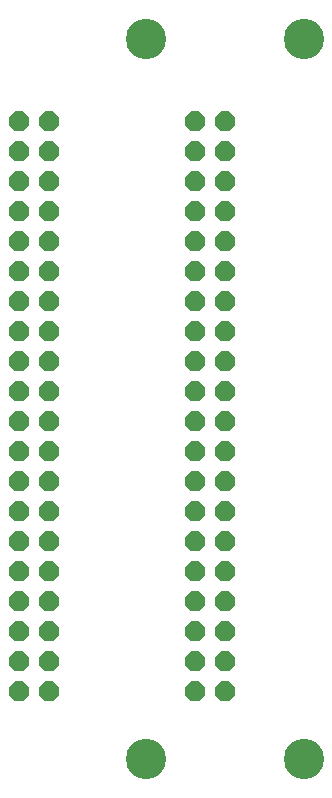
<source format=gbs>
G75*
%MOIN*%
%OFA0B0*%
%FSLAX24Y24*%
%IPPOS*%
%LPD*%
%AMOC8*
5,1,8,0,0,1.08239X$1,22.5*
%
%ADD10C,0.1345*%
%ADD11OC8,0.0660*%
D10*
X005350Y001600D03*
X010600Y001600D03*
X010600Y025600D03*
X005350Y025600D03*
D11*
X001100Y003850D03*
X001100Y004850D03*
X001100Y005850D03*
X001100Y006850D03*
X001100Y007850D03*
X001100Y008850D03*
X001100Y009850D03*
X001100Y010850D03*
X001100Y011850D03*
X001100Y012850D03*
X001100Y013850D03*
X001100Y014850D03*
X001100Y015850D03*
X001100Y016850D03*
X001100Y017850D03*
X001100Y018850D03*
X001100Y019850D03*
X001100Y020850D03*
X001100Y021850D03*
X001100Y022850D03*
X002100Y022850D03*
X002100Y021850D03*
X002100Y020850D03*
X002100Y019850D03*
X002100Y018850D03*
X002100Y017850D03*
X002100Y016850D03*
X002100Y015850D03*
X002100Y014850D03*
X002100Y013850D03*
X002100Y012850D03*
X002100Y011850D03*
X002100Y010850D03*
X002100Y009850D03*
X002100Y008850D03*
X002100Y007850D03*
X002100Y006850D03*
X002100Y005850D03*
X002100Y004850D03*
X002100Y003850D03*
X006975Y003850D03*
X006975Y004850D03*
X006975Y005850D03*
X006975Y006850D03*
X006975Y007850D03*
X006975Y008850D03*
X006975Y009850D03*
X006975Y010850D03*
X006975Y011850D03*
X006975Y012850D03*
X006975Y013850D03*
X006975Y014850D03*
X006975Y015850D03*
X006975Y016850D03*
X006975Y017850D03*
X006975Y018850D03*
X006975Y019850D03*
X006975Y020850D03*
X006975Y021850D03*
X006975Y022850D03*
X007975Y022850D03*
X007975Y021850D03*
X007975Y020850D03*
X007975Y019850D03*
X007975Y018850D03*
X007975Y017850D03*
X007975Y016850D03*
X007975Y015850D03*
X007975Y014850D03*
X007975Y013850D03*
X007975Y012850D03*
X007975Y011850D03*
X007975Y010850D03*
X007975Y009850D03*
X007975Y008850D03*
X007975Y007850D03*
X007975Y006850D03*
X007975Y005850D03*
X007975Y004850D03*
X007975Y003850D03*
M02*

</source>
